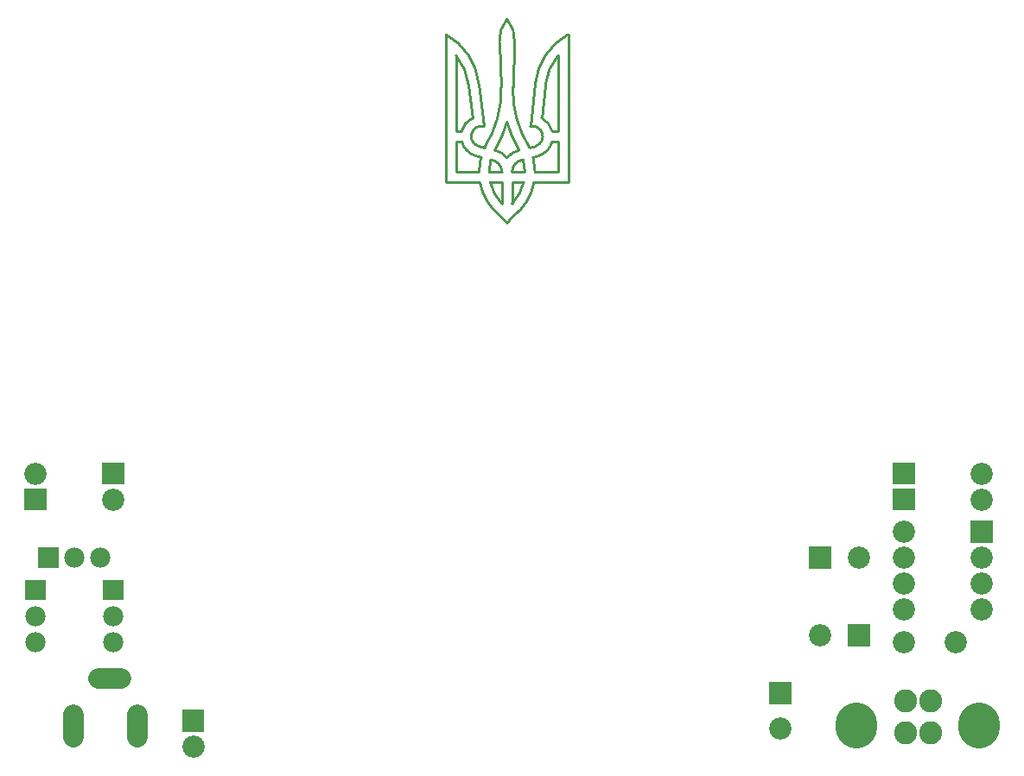
<source format=gbs>
G04 start of page 2 for group 9 layer_idx 9 *
G04 Title: (unknown), bottom_mask *
G04 Creator: pcb-rnd 3.1.5-dev *
G04 CreationDate: 2024-03-24 10:39:21 UTC *
G04 For: STEM4ukraine *
G04 Format: Gerber/RS-274X *
G04 PCB-Dimensions: 393701 393701 *
G04 PCB-Coordinate-Origin: lower left *
%MOIN*%
%FSLAX25Y25*%
%LNBOTTOM_MASK_NONE_9*%
%ADD56C,0.0100*%
%ADD55C,0.0887*%
%ADD54C,0.1595*%
%ADD53C,0.0790*%
%ADD52C,0.0780*%
%ADD51C,0.0860*%
%ADD50C,0.0001*%
G54D50*G36*
X49300Y111901D02*X40700D01*
Y120501D01*
X49300D01*
Y111901D01*
G37*
G54D51*X15000Y116201D03*
G54D50*G36*
X10700Y110501D02*X19300D01*
Y101901D01*
X10700D01*
Y110501D01*
G37*
G54D51*X45000Y106201D03*
G54D50*G36*
X23900Y79801D02*X16100D01*
Y87601D01*
X23900D01*
Y79801D01*
G37*
G54D52*X30000Y83701D03*
X40000D03*
G54D50*G36*
X11100Y67301D02*Y75101D01*
X18900D01*
Y67301D01*
X11100D01*
G37*
G54D52*X15000Y61201D03*
Y51201D03*
G54D50*G36*
X41100Y67301D02*Y75101D01*
X48900D01*
Y67301D01*
X41100D01*
G37*
G54D52*X45000Y61201D03*
Y51201D03*
G54D50*G36*
X80087Y16527D02*X71487D01*
Y25127D01*
X80087D01*
Y16527D01*
G37*
G54D53*X47835Y37205D02*X39173D01*
X29724Y14370D02*Y23031D01*
X54134Y14370D02*Y23031D01*
G54D51*X75787Y10827D03*
G54D50*G36*
X384300Y89401D02*X375700D01*
Y98001D01*
X384300D01*
Y89401D01*
G37*
G54D51*X380000Y83701D03*
Y106201D03*
Y116201D03*
Y73701D03*
Y63701D03*
X370000Y51201D03*
G54D54*X379094Y19685D02*Y18110D01*
G54D51*X350000Y93701D03*
Y83701D03*
Y73701D03*
G54D50*G36*
X306465Y35796D02*Y27196D01*
X297865D01*
Y35796D01*
X306465D01*
G37*
G54D51*X302165Y17717D03*
G54D50*G36*
X328200Y49401D02*Y58001D01*
X336800D01*
Y49401D01*
X328200D01*
G37*
G54D51*X317500Y53701D03*
X350000Y63701D03*
Y51201D03*
G54D55*X350472Y28543D03*
Y15945D03*
X360315D03*
Y28543D03*
G54D54*X331693Y19685D02*Y18110D01*
G54D51*X332500Y83701D03*
G54D50*G36*
X345700Y110501D02*X354300D01*
Y101901D01*
X345700D01*
Y110501D01*
G37*
G36*
Y120501D02*X354300D01*
Y111901D01*
X345700D01*
Y120501D01*
G37*
G36*
X321800Y88001D02*Y79401D01*
X313200D01*
Y88001D01*
X321800D01*
G37*
G54D56*X216540Y248376D02*Y277589D01*
Y248376D02*X214335D01*
X216540Y244439D02*X214335D01*
X210151Y253488D02*X211658Y266211D01*
X220477Y285778D02*Y228691D01*
X207321Y228692D01*
X216540Y232628D02*Y244439D01*
X207681Y232628D02*X216540D01*
X206916Y238332D02*X209094Y238907D01*
X205817Y250258D02*X207753Y266661D01*
X205516Y242077D02*X208024Y242701D01*
X177169Y277589D02*Y248376D01*
X183558Y253488D02*X182051Y266211D01*
X187892Y250258D02*X185956Y266661D01*
X173232Y285778D02*Y228691D01*
X177169Y244439D02*Y232628D01*
X179374Y248376D02*X177169D01*
X179374Y244439D02*X177169D01*
X186028Y232628D02*X177169D01*
X186793Y238332D02*X184615Y238907D01*
X188193Y242077D02*X185685Y242701D01*
X193941Y282850D02*X194571Y265384D01*
X199768Y282850D02*X199138Y265384D01*
X194886Y232628D02*X189965D01*
X186028Y228691D02*X173232D01*
X194886D02*X190398D01*
X203744Y232628D02*X198823D01*
X194886Y228691D02*Y220384D01*
X203311Y228691D02*X198823D01*
Y220384D01*
X173232Y285778D02*G75*G02X185956Y266661I-11811J-21654D01*G01*
X185685Y242701D02*G75*G02X187894Y250244I1327J3707D01*G01*
X179387Y248373D02*G75*G02X183559Y253484I7625J-1965D01*G01*
X184615Y238907D02*G75*G02X179387Y244442I2397J7500D01*G01*
X177173Y277598D02*G75*G02X182044Y266210I-15752J-13474D01*G01*
X220477Y285778D02*G75*G03X207753Y266661I11811J-21654D01*G01*
X214322Y248373D02*G75*G03X210150Y253484I-7625J-1965D01*G01*
X216536Y277598D02*G75*G03X211665Y266210I15752J-13474D01*G01*
X193941Y282850D02*G75*G02X196858Y291626I11772J959D01*G01*
X188178Y242087D02*G75*G03X194576Y265384I-34630J22037D01*G01*
X194886Y232628D02*G75*G03X190593Y237333I-4724J0D01*G01*
X189965Y232628D02*G75*G02X190600Y237331I17717J0D01*G01*
X196852Y212823D02*G75*G03X194608Y215365I-6887J-3817D01*G01*
X196857Y212823D02*G75*G02X199101Y215365I6887J-3817D01*G01*
X198828Y220379D02*G75*G03X203302Y228693I-12800J12249D01*G01*
X194881Y220379D02*G75*G02X190407Y228693I12800J12249D01*G01*
X199101Y215366D02*G75*G03X207321Y228692I-13073J17262D01*G01*
X186028Y232628D02*G75*G02X186793Y238332I21654J0D01*G01*
X194608Y215366D02*G75*G02X186388Y228692I13073J17262D01*G01*
X199768Y282850D02*G75*G03X196851Y291626I-11772J959D01*G01*
X192166Y241054D02*G75*G03X196859Y251969I-38619J23069D01*G01*
X196848Y238134D02*G75*G03X192170Y241053I-6686J-5506D01*G01*
X201543Y241054D02*G75*G02X196850Y251969I38619J23069D01*G01*
X208024Y242701D02*G75*G03X205815Y250244I-1327J3707D01*G01*
X198823Y232628D02*G75*G02X203116Y237333I4724J0D01*G01*
X196861Y238134D02*G75*G02X201539Y241053I6686J-5506D01*G01*
X203744Y232628D02*G75*G03X203109Y237331I-17717J0D01*G01*
X209094Y238907D02*G75*G03X214322Y244442I-2397J7500D01*G01*
X207681Y232628D02*G75*G03X206916Y238332I-21654J0D01*G01*
X205531Y242087D02*G75*G02X199133Y265384I34630J22037D01*G01*
M02*

</source>
